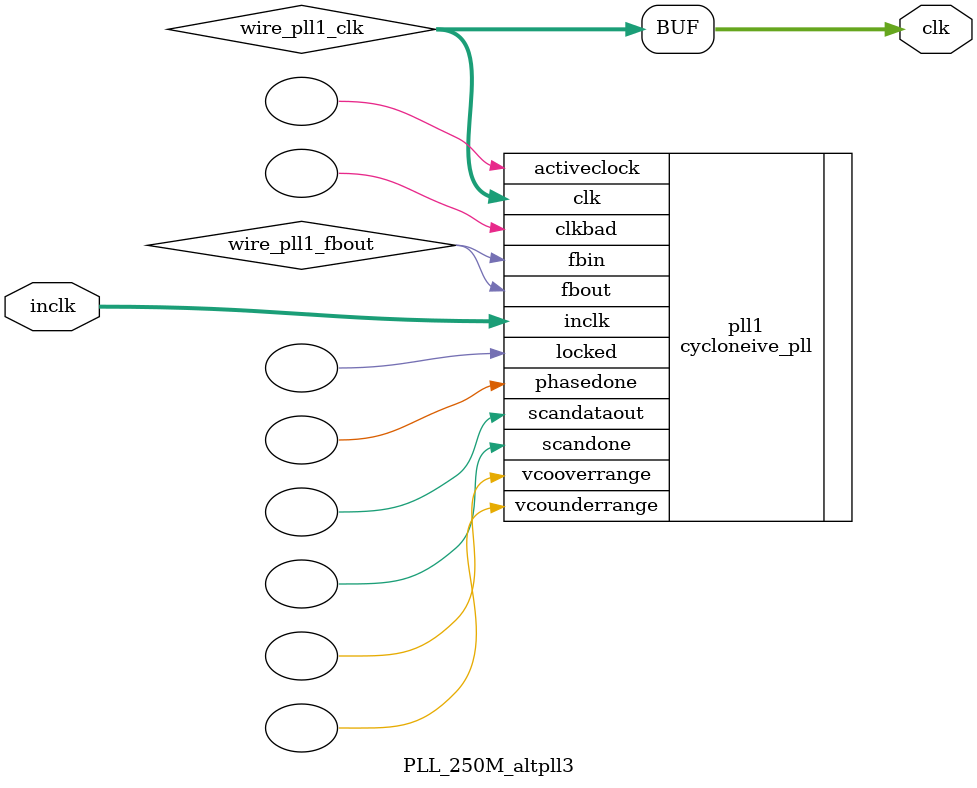
<source format=v>






//synthesis_resources = cycloneive_pll 1 
//synopsys translate_off
`timescale 1 ps / 1 ps
//synopsys translate_on
module  PLL_250M_altpll3
	( 
	clk,
	inclk) /* synthesis synthesis_clearbox=1 */;
	output   [4:0]  clk;
	input   [1:0]  inclk;
`ifndef ALTERA_RESERVED_QIS
// synopsys translate_off
`endif
	tri0   [1:0]  inclk;
`ifndef ALTERA_RESERVED_QIS
// synopsys translate_on
`endif

	wire  [4:0]   wire_pll1_clk;
	wire  wire_pll1_fbout;

	cycloneive_pll   pll1
	( 
	.activeclock(),
	.clk(wire_pll1_clk),
	.clkbad(),
	.fbin(wire_pll1_fbout),
	.fbout(wire_pll1_fbout),
	.inclk(inclk),
	.locked(),
	.phasedone(),
	.scandataout(),
	.scandone(),
	.vcooverrange(),
	.vcounderrange()
	`ifndef FORMAL_VERIFICATION
	// synopsys translate_off
	`endif
	,
	.areset(1'b0),
	.clkswitch(1'b0),
	.configupdate(1'b0),
	.pfdena(1'b1),
	.phasecounterselect({3{1'b0}}),
	.phasestep(1'b0),
	.phaseupdown(1'b0),
	.scanclk(1'b0),
	.scanclkena(1'b1),
	.scandata(1'b0)
	`ifndef FORMAL_VERIFICATION
	// synopsys translate_on
	`endif
	);
	defparam
		pll1.bandwidth_type = "auto",
		pll1.clk0_divide_by = 1,
		pll1.clk0_duty_cycle = 50,
		pll1.clk0_multiply_by = 5,
		pll1.clk0_phase_shift = "0",
		pll1.clk1_divide_by = 1,
		pll1.clk1_duty_cycle = 50,
		pll1.clk1_multiply_by = 2,
		pll1.clk1_phase_shift = "0",
		pll1.compensate_clock = "clk0",
		pll1.inclk0_input_frequency = 20000,
		pll1.operation_mode = "normal",
		pll1.pll_type = "auto",
		pll1.lpm_type = "cycloneive_pll";
	assign
		clk = {wire_pll1_clk[4:0]};
endmodule //PLL_250M_altpll3
//VALID FILE

</source>
